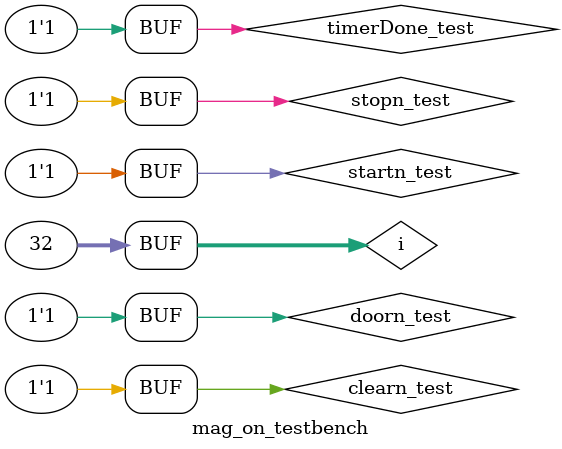
<source format=v>
`timescale 1ms/1ms
module mag_on_testbench();
  reg startn_test, stopn_test,  clearn_test, doorn_test, timerDone_test;
  wire mag_test;
  integer i;
  mag_on ut(startn_test, stopn_test, clearn_test, doorn_test, timerDone_test, mag_test);
  //como a variação são de 5 bits, 2^5=32, então:
  initial 
        begin
        $dumpfile("mag_on_testbench.vcd");
        $dumpvars(0,mag_on_testbench);
        i=0;
          for(i=0;i<32;i=i+1)//verificando todas as possibilidades para garantir que o magnetron funcione com a combinação correta
          #1 {startn_test,stopn_test,clearn_test,doorn_test,timerDone_test}=i;

        end
endmodule


</source>
